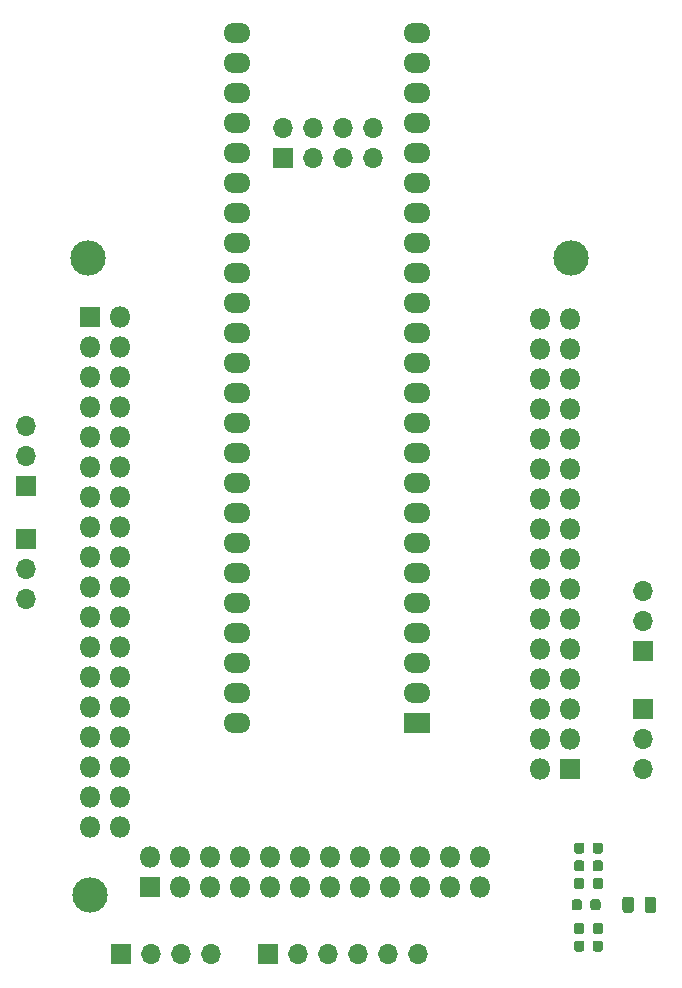
<source format=gbr>
G04 #@! TF.GenerationSoftware,KiCad,Pcbnew,(5.99.0-2378-g637571e0b-dirty)*
G04 #@! TF.CreationDate,2020-07-24T22:12:37+02:00*
G04 #@! TF.ProjectId,stm32f4_fpga,73746d33-3266-4345-9f66-7067612e6b69,rev?*
G04 #@! TF.SameCoordinates,Original*
G04 #@! TF.FileFunction,Soldermask,Bot*
G04 #@! TF.FilePolarity,Negative*
%FSLAX46Y46*%
G04 Gerber Fmt 4.6, Leading zero omitted, Abs format (unit mm)*
G04 Created by KiCad (PCBNEW (5.99.0-2378-g637571e0b-dirty)) date 2020-07-24 22:12:37*
%MOMM*%
%LPD*%
G01*
G04 APERTURE LIST*
%ADD10O,3.000000X3.000000*%
%ADD11O,1.800000X1.800000*%
%ADD12R,1.800000X1.800000*%
%ADD13O,1.700000X1.700000*%
%ADD14R,1.700000X1.700000*%
%ADD15O,2.300000X1.700000*%
%ADD16R,2.300000X1.700000*%
G04 APERTURE END LIST*
G36*
G01*
X168550000Y-83743750D02*
X168550000Y-84256250D01*
G75*
G02*
X168331250Y-84475000I-218750J0D01*
G01*
X167893750Y-84475000D01*
G75*
G02*
X167675000Y-84256250I0J218750D01*
G01*
X167675000Y-83743750D01*
G75*
G02*
X167893750Y-83525000I218750J0D01*
G01*
X168331250Y-83525000D01*
G75*
G02*
X168550000Y-83743750I0J-218750D01*
G01*
G37*
G36*
G01*
X170125000Y-83743750D02*
X170125000Y-84256250D01*
G75*
G02*
X169906250Y-84475000I-218750J0D01*
G01*
X169468750Y-84475000D01*
G75*
G02*
X169250000Y-84256250I0J218750D01*
G01*
X169250000Y-83743750D01*
G75*
G02*
X169468750Y-83525000I218750J0D01*
G01*
X169906250Y-83525000D01*
G75*
G02*
X170125000Y-83743750I0J-218750D01*
G01*
G37*
D10*
X126860000Y-83130000D03*
X167640000Y-29210000D03*
X126720000Y-29210000D03*
D11*
X159880000Y-82470000D03*
X139560000Y-82470000D03*
X144640000Y-82470000D03*
X134480000Y-82470000D03*
X137020000Y-79930000D03*
X137020000Y-82470000D03*
X134480000Y-79930000D03*
X142100000Y-82470000D03*
X157340000Y-79930000D03*
X131940000Y-79930000D03*
X154800000Y-82470000D03*
X154800000Y-79930000D03*
X149720000Y-82470000D03*
X159880000Y-79930000D03*
X147180000Y-79930000D03*
X147180000Y-82470000D03*
X144640000Y-79930000D03*
X142100000Y-79930000D03*
X152260000Y-79930000D03*
X139560000Y-79930000D03*
X149720000Y-79930000D03*
X152260000Y-82470000D03*
D12*
X131940000Y-82470000D03*
D11*
X157340000Y-82470000D03*
X167500000Y-44530000D03*
X167500000Y-64850000D03*
X167500000Y-59770000D03*
X167500000Y-69930000D03*
X164960000Y-67390000D03*
X167500000Y-67390000D03*
X164960000Y-69930000D03*
X167500000Y-41990000D03*
X167500000Y-34370000D03*
X167500000Y-62310000D03*
X167500000Y-36910000D03*
X164960000Y-47070000D03*
X164960000Y-39450000D03*
X164960000Y-72470000D03*
X167500000Y-49610000D03*
X164960000Y-49610000D03*
X167500000Y-54690000D03*
X164960000Y-44530000D03*
X164960000Y-57230000D03*
X164960000Y-34370000D03*
X164960000Y-36910000D03*
X167500000Y-57230000D03*
X164960000Y-59770000D03*
X164960000Y-62310000D03*
X164960000Y-52150000D03*
X167500000Y-39450000D03*
X164960000Y-64850000D03*
X164960000Y-54690000D03*
X167500000Y-52150000D03*
D12*
X167500000Y-72470000D03*
D11*
X167500000Y-47070000D03*
X164960000Y-41990000D03*
X129400000Y-77390000D03*
X126860000Y-77390000D03*
X129400000Y-74850000D03*
X126860000Y-74850000D03*
X129400000Y-72310000D03*
X126860000Y-72310000D03*
X129400000Y-69770000D03*
X126860000Y-69770000D03*
X129400000Y-67230000D03*
X126860000Y-67230000D03*
X129400000Y-64690000D03*
X126860000Y-64690000D03*
X129400000Y-62150000D03*
X126860000Y-62150000D03*
X129400000Y-59610000D03*
X126860000Y-59610000D03*
X129400000Y-57070000D03*
X126860000Y-57070000D03*
X129400000Y-54530000D03*
X126860000Y-54530000D03*
X129400000Y-51990000D03*
X126860000Y-51990000D03*
X129400000Y-49450000D03*
X126860000Y-49450000D03*
X129400000Y-46910000D03*
X126860000Y-46910000D03*
X129400000Y-44370000D03*
X126860000Y-44370000D03*
X129400000Y-41830000D03*
X126860000Y-41830000D03*
X129400000Y-39290000D03*
X126860000Y-39290000D03*
X129400000Y-36750000D03*
X126860000Y-36750000D03*
X129400000Y-34210000D03*
D12*
X126860000Y-34210000D03*
D13*
X150870000Y-18210000D03*
X150870000Y-20750000D03*
X148330000Y-18210000D03*
X148330000Y-20750000D03*
X145790000Y-18210000D03*
X145790000Y-20750000D03*
X143250000Y-18210000D03*
D14*
X143250000Y-20750000D03*
D15*
X139360000Y-10180000D03*
X139360000Y-12720000D03*
X139360000Y-15260000D03*
X139360000Y-17800000D03*
X139360000Y-20340000D03*
X139360000Y-22880000D03*
X139360000Y-25420000D03*
X139360000Y-27960000D03*
X139360000Y-30500000D03*
X139360000Y-33040000D03*
X139360000Y-35580000D03*
X139360000Y-38120000D03*
X139360000Y-40660000D03*
X139360000Y-43200000D03*
X139360000Y-45740000D03*
X139360000Y-48280000D03*
X139360000Y-63520000D03*
X139360000Y-66060000D03*
X139360000Y-68600000D03*
X139360000Y-50820000D03*
X139360000Y-53360000D03*
X139360000Y-55900000D03*
X139360000Y-58440000D03*
X139360000Y-60980000D03*
X154600000Y-10180000D03*
X154600000Y-12720000D03*
X154600000Y-15260000D03*
X154600000Y-17800000D03*
X154600000Y-20340000D03*
X154600000Y-22880000D03*
X154600000Y-25420000D03*
X154600000Y-27960000D03*
X154600000Y-30500000D03*
X154600000Y-33040000D03*
X154600000Y-35580000D03*
X154600000Y-38120000D03*
X154600000Y-40660000D03*
X154600000Y-43200000D03*
X154600000Y-45740000D03*
X154600000Y-48280000D03*
X154600000Y-50820000D03*
X154600000Y-53360000D03*
X154600000Y-55900000D03*
X154600000Y-58440000D03*
X154600000Y-60980000D03*
X154600000Y-63520000D03*
X154600000Y-66060000D03*
D16*
X154600000Y-68600000D03*
G36*
G01*
X169450000Y-79456250D02*
X169450000Y-78943750D01*
G75*
G02*
X169668750Y-78725000I218750J0D01*
G01*
X170106250Y-78725000D01*
G75*
G02*
X170325000Y-78943750I0J-218750D01*
G01*
X170325000Y-79456250D01*
G75*
G02*
X170106250Y-79675000I-218750J0D01*
G01*
X169668750Y-79675000D01*
G75*
G02*
X169450000Y-79456250I0J218750D01*
G01*
G37*
G36*
G01*
X167875000Y-79456250D02*
X167875000Y-78943750D01*
G75*
G02*
X168093750Y-78725000I218750J0D01*
G01*
X168531250Y-78725000D01*
G75*
G02*
X168750000Y-78943750I0J-218750D01*
G01*
X168750000Y-79456250D01*
G75*
G02*
X168531250Y-79675000I-218750J0D01*
G01*
X168093750Y-79675000D01*
G75*
G02*
X167875000Y-79456250I0J218750D01*
G01*
G37*
G36*
G01*
X169450000Y-80956250D02*
X169450000Y-80443750D01*
G75*
G02*
X169668750Y-80225000I218750J0D01*
G01*
X170106250Y-80225000D01*
G75*
G02*
X170325000Y-80443750I0J-218750D01*
G01*
X170325000Y-80956250D01*
G75*
G02*
X170106250Y-81175000I-218750J0D01*
G01*
X169668750Y-81175000D01*
G75*
G02*
X169450000Y-80956250I0J218750D01*
G01*
G37*
G36*
G01*
X167875000Y-80956250D02*
X167875000Y-80443750D01*
G75*
G02*
X168093750Y-80225000I218750J0D01*
G01*
X168531250Y-80225000D01*
G75*
G02*
X168750000Y-80443750I0J-218750D01*
G01*
X168750000Y-80956250D01*
G75*
G02*
X168531250Y-81175000I-218750J0D01*
G01*
X168093750Y-81175000D01*
G75*
G02*
X167875000Y-80956250I0J218750D01*
G01*
G37*
G36*
G01*
X169450000Y-82456250D02*
X169450000Y-81943750D01*
G75*
G02*
X169668750Y-81725000I218750J0D01*
G01*
X170106250Y-81725000D01*
G75*
G02*
X170325000Y-81943750I0J-218750D01*
G01*
X170325000Y-82456250D01*
G75*
G02*
X170106250Y-82675000I-218750J0D01*
G01*
X169668750Y-82675000D01*
G75*
G02*
X169450000Y-82456250I0J218750D01*
G01*
G37*
G36*
G01*
X167875000Y-82456250D02*
X167875000Y-81943750D01*
G75*
G02*
X168093750Y-81725000I218750J0D01*
G01*
X168531250Y-81725000D01*
G75*
G02*
X168750000Y-81943750I0J-218750D01*
G01*
X168750000Y-82456250D01*
G75*
G02*
X168531250Y-82675000I-218750J0D01*
G01*
X168093750Y-82675000D01*
G75*
G02*
X167875000Y-82456250I0J218750D01*
G01*
G37*
G36*
G01*
X169450000Y-86256250D02*
X169450000Y-85743750D01*
G75*
G02*
X169668750Y-85525000I218750J0D01*
G01*
X170106250Y-85525000D01*
G75*
G02*
X170325000Y-85743750I0J-218750D01*
G01*
X170325000Y-86256250D01*
G75*
G02*
X170106250Y-86475000I-218750J0D01*
G01*
X169668750Y-86475000D01*
G75*
G02*
X169450000Y-86256250I0J218750D01*
G01*
G37*
G36*
G01*
X167875000Y-86256250D02*
X167875000Y-85743750D01*
G75*
G02*
X168093750Y-85525000I218750J0D01*
G01*
X168531250Y-85525000D01*
G75*
G02*
X168750000Y-85743750I0J-218750D01*
G01*
X168750000Y-86256250D01*
G75*
G02*
X168531250Y-86475000I-218750J0D01*
G01*
X168093750Y-86475000D01*
G75*
G02*
X167875000Y-86256250I0J218750D01*
G01*
G37*
G36*
G01*
X169450000Y-87756250D02*
X169450000Y-87243750D01*
G75*
G02*
X169668750Y-87025000I218750J0D01*
G01*
X170106250Y-87025000D01*
G75*
G02*
X170325000Y-87243750I0J-218750D01*
G01*
X170325000Y-87756250D01*
G75*
G02*
X170106250Y-87975000I-218750J0D01*
G01*
X169668750Y-87975000D01*
G75*
G02*
X169450000Y-87756250I0J218750D01*
G01*
G37*
G36*
G01*
X167875000Y-87756250D02*
X167875000Y-87243750D01*
G75*
G02*
X168093750Y-87025000I218750J0D01*
G01*
X168531250Y-87025000D01*
G75*
G02*
X168750000Y-87243750I0J-218750D01*
G01*
X168750000Y-87756250D01*
G75*
G02*
X168531250Y-87975000I-218750J0D01*
G01*
X168093750Y-87975000D01*
G75*
G02*
X167875000Y-87756250I0J218750D01*
G01*
G37*
D13*
X154700000Y-88200000D03*
X152160000Y-88200000D03*
X149620000Y-88200000D03*
X147080000Y-88200000D03*
X144540000Y-88200000D03*
D14*
X142000000Y-88200000D03*
D13*
X137120000Y-88200000D03*
X134580000Y-88200000D03*
X132040000Y-88200000D03*
D14*
X129500000Y-88200000D03*
D13*
X121500000Y-43420000D03*
X121500000Y-45960000D03*
D14*
X121500000Y-48500000D03*
D13*
X121500000Y-58080000D03*
X121500000Y-55540000D03*
D14*
X121500000Y-53000000D03*
G36*
G01*
X173850000Y-84456250D02*
X173850000Y-83543750D01*
G75*
G02*
X174093750Y-83300000I243750J0D01*
G01*
X174581250Y-83300000D01*
G75*
G02*
X174825000Y-83543750I0J-243750D01*
G01*
X174825000Y-84456250D01*
G75*
G02*
X174581250Y-84700000I-243750J0D01*
G01*
X174093750Y-84700000D01*
G75*
G02*
X173850000Y-84456250I0J243750D01*
G01*
G37*
G36*
G01*
X171975000Y-84456250D02*
X171975000Y-83543750D01*
G75*
G02*
X172218750Y-83300000I243750J0D01*
G01*
X172706250Y-83300000D01*
G75*
G02*
X172950000Y-83543750I0J-243750D01*
G01*
X172950000Y-84456250D01*
G75*
G02*
X172706250Y-84700000I-243750J0D01*
G01*
X172218750Y-84700000D01*
G75*
G02*
X171975000Y-84456250I0J243750D01*
G01*
G37*
D13*
X173700000Y-57420000D03*
X173700000Y-59960000D03*
D14*
X173700000Y-62500000D03*
D13*
X173700000Y-72480000D03*
X173700000Y-69940000D03*
D14*
X173700000Y-67400000D03*
M02*

</source>
